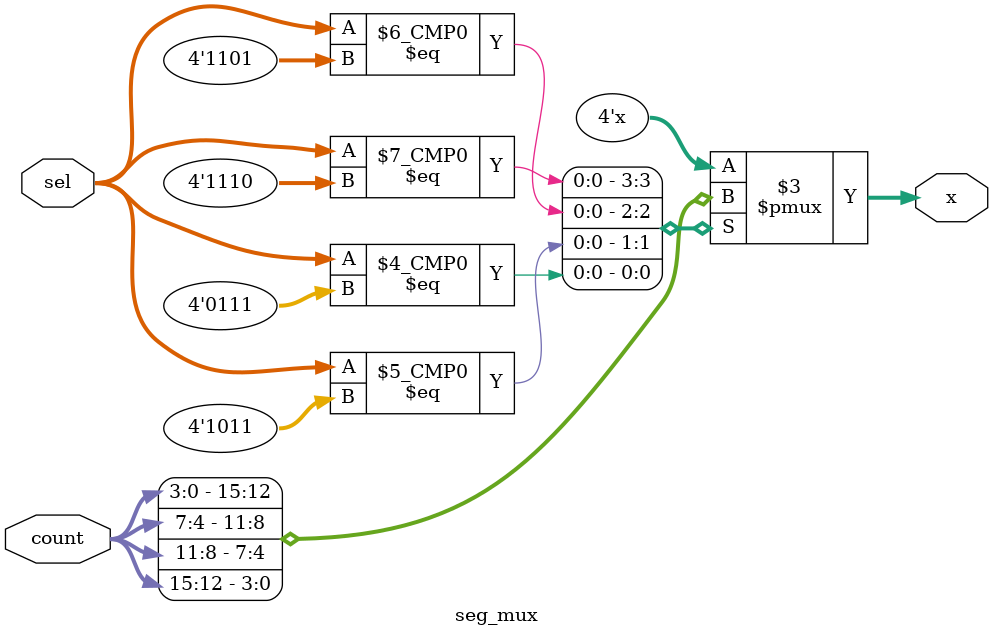
<source format=v>
`timescale 1ns / 1ps
module seg_mux(
	
		input wire [23:0]count,
		input [3:0]sel,
		
		output reg [3:0]x
    );
	 
always@(sel)
	case(sel)
//-----------------display hour & min-----------------------------------------//
       //4'b1110:x=count[11:8];
       //4'b1101:x=count[15:12];
       //4'b1011:x=count[19:16];
       //4'b0111:x=count[23:20];

//-----------------display min & sec------------------------------------------//		 
       4'b1110:x=count[3:0];
       4'b1101:x=count[7:4];
       4'b1011:x=count[11:8];
       4'b0111:x=count[15:12];
		 
	endcase
	 


endmodule

</source>
